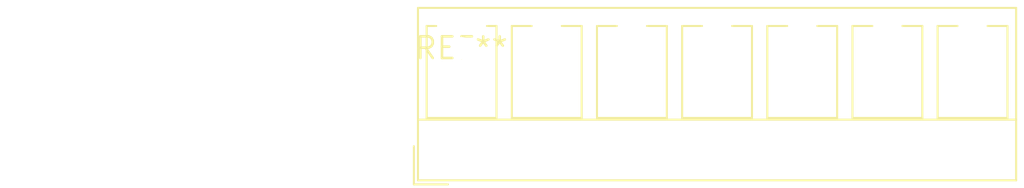
<source format=kicad_pcb>
(kicad_pcb (version 20240108) (generator pcbnew)
  (layers (0 "F.Cu" signal) (31 "B.Cu" signal) (34 "B.Paste" user) (35 "F.Paste" user) (36 "B.SilkS" user "B.Silkscreen") (37 "F.SilkS" user "F.Silkscreen") (38 "B.Mask" user) (39 "F.Mask" user) (44 "Edge.Cuts" user))
  (net 0 "")
  (footprint "TerminalBlock_RND_205-00281_1x07_P5.00mm_Vertical" (layer "F.Cu") (at 0 0)
    (property "Reference" "REF**")
    (property "Value" "TerminalBlock_RND_205-00281_1x07_P5.00mm_Vertical")
    (fp_line (start -2.8 5.76) (end -2.8 8) (layer "F.SilkS") (stroke (width 0.12)))
    (fp_line (start -2.8 8) (end -0.8 8) (layer "F.SilkS") (stroke (width 0.12)))
    (fp_line (start -2.56 -2.36) (end -2.56 7.76) (layer "F.SilkS") (stroke (width 0.12)))
    (fp_line (start -2.56 -2.36) (end 32.56 -2.36) (layer "F.SilkS") (stroke (width 0.12)))
    (fp_line (start -2.56 4.2) (end 32.56 4.2) (layer "F.SilkS") (stroke (width 0.12)))
    (fp_line (start -2.56 7.76) (end 32.56 7.76) (layer "F.SilkS") (stroke (width 0.12)))
    (fp_line (start -2.05 -1.3) (end -2.05 4.1) (layer "F.SilkS") (stroke (width 0.12)))
    (fp_line (start -2.05 -1.3) (end -1.49 -1.3) (layer "F.SilkS") (stroke (width 0.12)))
    (fp_line (start -2.05 4.1) (end 2.05 4.1) (layer "F.SilkS") (stroke (width 0.12)))
    (fp_line (start 1.49 -1.3) (end 2.05 -1.3) (layer "F.SilkS") (stroke (width 0.12)))
    (fp_line (start 2.05 -1.3) (end 2.05 4.1) (layer "F.SilkS") (stroke (width 0.12)))
    (fp_line (start 2.95 -1.3) (end 2.95 4.1) (layer "F.SilkS") (stroke (width 0.12)))
    (fp_line (start 2.95 -1.3) (end 4.117 -1.3) (layer "F.SilkS") (stroke (width 0.12)))
    (fp_line (start 2.95 4.1) (end 7.05 4.1) (layer "F.SilkS") (stroke (width 0.12)))
    (fp_line (start 5.884 -1.3) (end 7.05 -1.3) (layer "F.SilkS") (stroke (width 0.12)))
    (fp_line (start 7.05 -1.3) (end 7.05 4.1) (layer "F.SilkS") (stroke (width 0.12)))
    (fp_line (start 7.95 -1.3) (end 7.95 4.1) (layer "F.SilkS") (stroke (width 0.12)))
    (fp_line (start 7.95 -1.3) (end 9.117 -1.3) (layer "F.SilkS") (stroke (width 0.12)))
    (fp_line (start 7.95 4.1) (end 12.05 4.1) (layer "F.SilkS") (stroke (width 0.12)))
    (fp_line (start 10.884 -1.3) (end 12.05 -1.3) (layer "F.SilkS") (stroke (width 0.12)))
    (fp_line (start 12.05 -1.3) (end 12.05 4.1) (layer "F.SilkS") (stroke (width 0.12)))
    (fp_line (start 12.95 -1.3) (end 12.95 4.1) (layer "F.SilkS") (stroke (width 0.12)))
    (fp_line (start 12.95 -1.3) (end 14.117 -1.3) (layer "F.SilkS") (stroke (width 0.12)))
    (fp_line (start 12.95 4.1) (end 17.05 4.1) (layer "F.SilkS") (stroke (width 0.12)))
    (fp_line (start 15.884 -1.3) (end 17.05 -1.3) (layer "F.SilkS") (stroke (width 0.12)))
    (fp_line (start 17.05 -1.3) (end 17.05 4.1) (layer "F.SilkS") (stroke (width 0.12)))
    (fp_line (start 17.95 -1.3) (end 17.95 4.1) (layer "F.SilkS") (stroke (width 0.12)))
    (fp_line (start 17.95 -1.3) (end 19.117 -1.3) (layer "F.SilkS") (stroke (width 0.12)))
    (fp_line (start 17.95 4.1) (end 22.05 4.1) (layer "F.SilkS") (stroke (width 0.12)))
    (fp_line (start 20.884 -1.3) (end 22.05 -1.3) (layer "F.SilkS") (stroke (width 0.12)))
    (fp_line (start 22.05 -1.3) (end 22.05 4.1) (layer "F.SilkS") (stroke (width 0.12)))
    (fp_line (start 22.95 -1.3) (end 22.95 4.1) (layer "F.SilkS") (stroke (width 0.12)))
    (fp_line (start 22.95 -1.3) (end 24.117 -1.3) (layer "F.SilkS") (stroke (width 0.12)))
    (fp_line (start 22.95 4.1) (end 27.05 4.1) (layer "F.SilkS") (stroke (width 0.12)))
    (fp_line (start 25.884 -1.3) (end 27.05 -1.3) (layer "F.SilkS") (stroke (width 0.12)))
    (fp_line (start 27.05 -1.3) (end 27.05 4.1) (layer "F.SilkS") (stroke (width 0.12)))
    (fp_line (start 27.95 -1.3) (end 27.95 4.1) (layer "F.SilkS") (stroke (width 0.12)))
    (fp_line (start 27.95 -1.3) (end 29.117 -1.3) (layer "F.SilkS") (stroke (width 0.12)))
    (fp_line (start 27.95 4.1) (end 32.05 4.1) (layer "F.SilkS") (stroke (width 0.12)))
    (fp_line (start 30.884 -1.3) (end 32.05 -1.3) (layer "F.SilkS") (stroke (width 0.12)))
    (fp_line (start 32.05 -1.3) (end 32.05 4.1) (layer "F.SilkS") (stroke (width 0.12)))
    (fp_line (start 32.56 -2.36) (end 32.56 7.76) (layer "F.SilkS") (stroke (width 0.12)))
    (pad "1" thru_hole rect (at 0 0) (size 2.5 2.5) (drill 1.3) (layers *.Cu *.Mask) (remove_unused_layers))
    (pad "2" thru_hole circle (at 5 0) (size 2.5 2.5) (drill 1.3) (layers *.Cu *.Mask) (remove_unused_layers))
    (pad "3" thru_hole circle (at 10 0) (size 2.5 2.5) (drill 1.3) (layers *.Cu *.Mask) (remove_unused_layers))
    (pad "4" thru_hole circle (at 15 0) (size 2.5 2.5) (drill 1.3) (layers *.Cu *.Mask) (remove_unused_layers))
    (pad "5" thru_hole circle (at 20 0) (size 2.5 2.5) (drill 1.3) (layers *.Cu *.Mask) (remove_unused_layers))
    (pad "6" thru_hole circle (at 25 0) (size 2.5 2.5) (drill 1.3) (layers *.Cu *.Mask) (remove_unused_layers))
    (pad "7" thru_hole circle (at 30 0) (size 2.5 2.5) (drill 1.3) (layers *.Cu *.Mask) (remove_unused_layers))
  )
)
</source>
